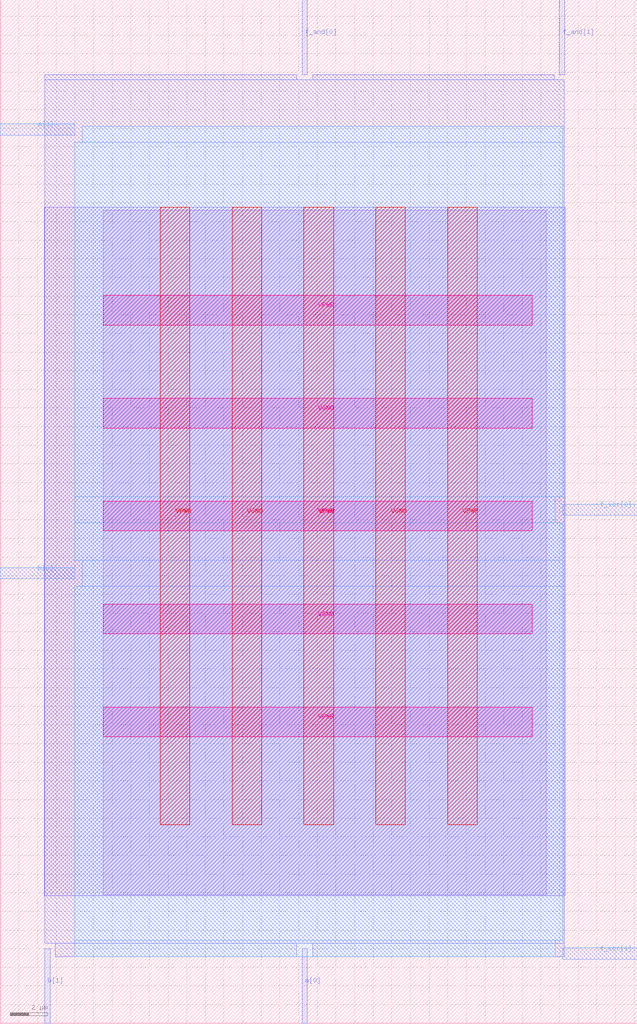
<source format=lef>
VERSION 5.7 ;
  NOWIREEXTENSIONATPIN ON ;
  DIVIDERCHAR "/" ;
  BUSBITCHARS "[]" ;
MACRO test_2
  CLASS BLOCK ;
  FOREIGN test_2 ;
  ORIGIN 0.000 0.000 ;
  SIZE 34.165 BY 54.885 ;
  PIN a[0]
    DIRECTION INPUT ;
    USE SIGNAL ;
    PORT
      LAYER met2 ;
        RECT 16.190 0.000 16.470 4.000 ;
    END
  END a[0]
  PIN a[1]
    DIRECTION INPUT ;
    USE SIGNAL ;
    PORT
      LAYER met3 ;
        RECT 0.000 47.640 4.000 48.240 ;
    END
  END a[1]
  PIN b[0]
    DIRECTION INPUT ;
    USE SIGNAL ;
    PORT
      LAYER met3 ;
        RECT 0.000 23.840 4.000 24.440 ;
    END
  END b[0]
  PIN b[1]
    DIRECTION INPUT ;
    USE SIGNAL ;
    PORT
      LAYER met2 ;
        RECT 2.390 0.000 2.670 4.000 ;
    END
  END b[1]
  PIN f_and[0]
    DIRECTION OUTPUT TRISTATE ;
    USE SIGNAL ;
    PORT
      LAYER met2 ;
        RECT 16.190 50.885 16.470 54.885 ;
    END
  END f_and[0]
  PIN f_and[1]
    DIRECTION OUTPUT TRISTATE ;
    USE SIGNAL ;
    PORT
      LAYER met2 ;
        RECT 29.990 50.885 30.270 54.885 ;
    END
  END f_and[1]
  PIN f_xor[0]
    DIRECTION OUTPUT TRISTATE ;
    USE SIGNAL ;
    PORT
      LAYER met3 ;
        RECT 30.165 27.240 34.165 27.840 ;
    END
  END f_xor[0]
  PIN f_xor[1]
    DIRECTION OUTPUT TRISTATE ;
    USE SIGNAL ;
    PORT
      LAYER met3 ;
        RECT 30.165 3.440 34.165 4.040 ;
    END
  END f_xor[1]
  PIN VPWR
    DIRECTION INOUT ;
    USE POWER ;
    PORT
      LAYER met4 ;
        RECT 23.990 10.640 25.590 43.760 ;
    END
  END VPWR
  PIN VPWR
    DIRECTION INOUT ;
    USE POWER ;
    PORT
      LAYER met4 ;
        RECT 16.280 10.640 17.880 43.760 ;
    END
  END VPWR
  PIN VPWR
    DIRECTION INOUT ;
    USE POWER ;
    PORT
      LAYER met4 ;
        RECT 8.575 10.640 10.175 43.760 ;
    END
  END VPWR
  PIN VPWR
    DIRECTION INOUT ;
    USE POWER ;
    PORT
      LAYER met5 ;
        RECT 5.520 37.445 28.520 39.045 ;
    END
  END VPWR
  PIN VPWR
    DIRECTION INOUT ;
    USE POWER ;
    PORT
      LAYER met5 ;
        RECT 5.520 26.405 28.520 28.005 ;
    END
  END VPWR
  PIN VPWR
    DIRECTION INOUT ;
    USE POWER ;
    PORT
      LAYER met5 ;
        RECT 5.520 15.360 28.520 16.960 ;
    END
  END VPWR
  PIN VGND
    DIRECTION INOUT ;
    USE GROUND ;
    PORT
      LAYER met4 ;
        RECT 20.135 10.640 21.735 43.760 ;
    END
  END VGND
  PIN VGND
    DIRECTION INOUT ;
    USE GROUND ;
    PORT
      LAYER met4 ;
        RECT 12.430 10.640 14.030 43.760 ;
    END
  END VGND
  PIN VGND
    DIRECTION INOUT ;
    USE GROUND ;
    PORT
      LAYER met5 ;
        RECT 5.520 31.925 28.520 33.525 ;
    END
  END VGND
  PIN VGND
    DIRECTION INOUT ;
    USE GROUND ;
    PORT
      LAYER met5 ;
        RECT 5.520 20.880 28.520 22.480 ;
    END
  END VGND
  OBS
      LAYER li1 ;
        RECT 5.520 6.885 29.295 43.605 ;
      LAYER met1 ;
        RECT 2.370 6.840 30.290 43.760 ;
      LAYER met2 ;
        RECT 2.400 50.605 15.910 50.885 ;
        RECT 16.750 50.605 29.710 50.885 ;
        RECT 2.400 4.280 30.260 50.605 ;
        RECT 2.950 3.555 15.910 4.280 ;
        RECT 16.750 3.555 30.260 4.280 ;
      LAYER met3 ;
        RECT 4.400 47.240 30.165 48.105 ;
        RECT 4.000 28.240 30.165 47.240 ;
        RECT 4.000 26.840 29.765 28.240 ;
        RECT 4.000 24.840 30.165 26.840 ;
        RECT 4.400 23.440 30.165 24.840 ;
        RECT 4.000 4.440 30.165 23.440 ;
        RECT 4.000 3.575 29.765 4.440 ;
  END
END test_2
END LIBRARY


</source>
